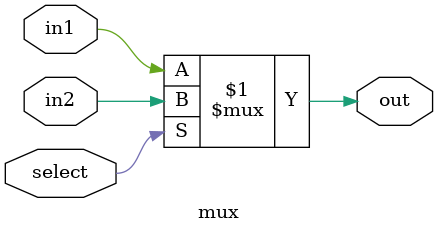
<source format=v>
module mux(in1,in2,select,out);
input in1,in2,select;
output out;

assign out = (select)?in2:in1;
endmodule

</source>
